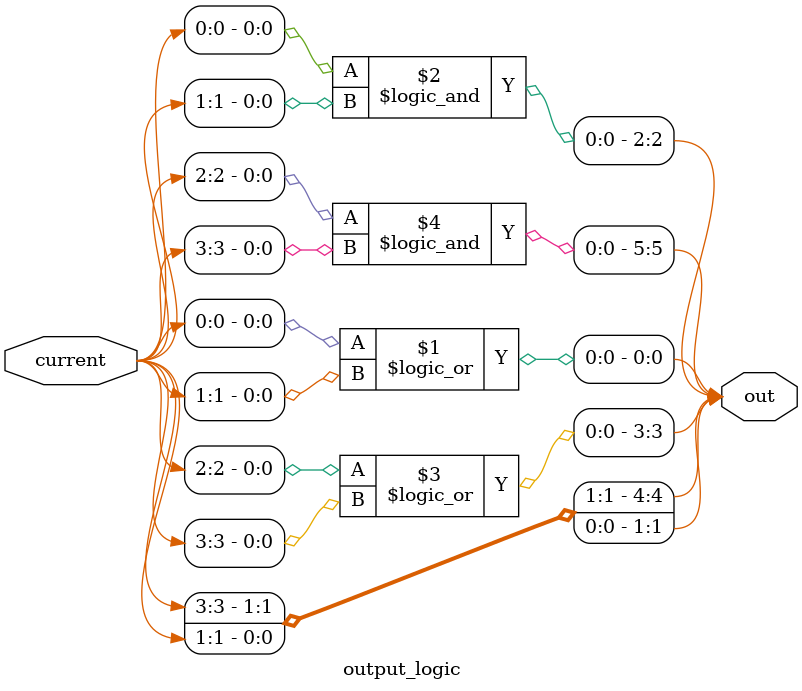
<source format=v>
`timescale 1ns / 1ps


module output_logic(
    input [3:0] current,    //current[1] = Aleft and current[0] = Bleft and current[3] = Aright and current[2] = Bright
    output [5:0] out
    );
assign out [0] = current[0] || current[1];     //LA
assign out [1] = current[1];                   //LB
assign out [2] = current[0] && current[1];     //LC
assign out [3] = current[2] || current[3];     //RA
assign out [4] = current[3];                   //RB
assign out [5] = current[2] && current[3];     //RC
endmodule

</source>
